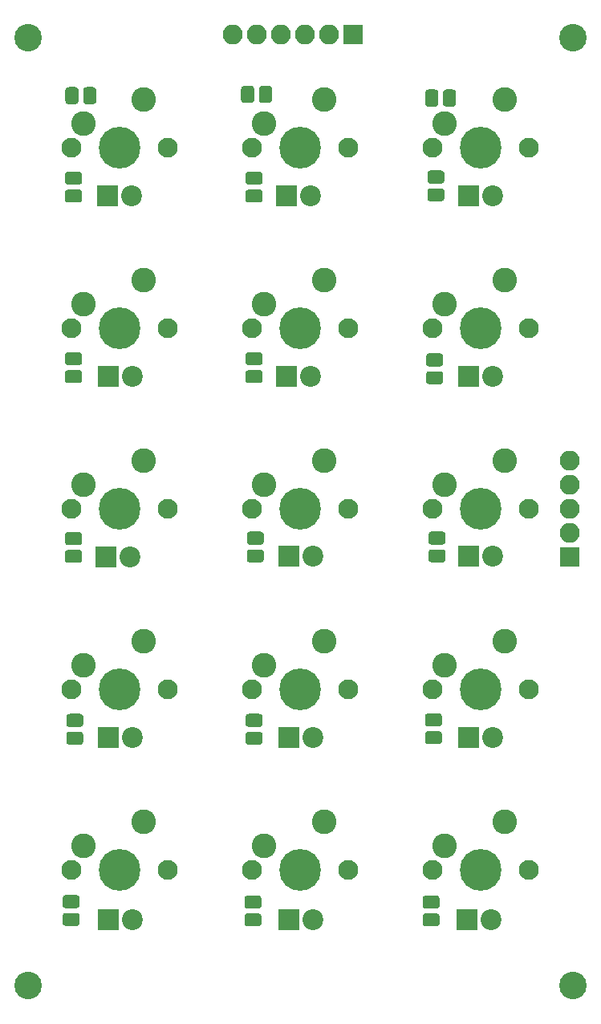
<source format=gbr>
G04 #@! TF.GenerationSoftware,KiCad,Pcbnew,(6.0.0-rc1-dev-113-g3868f21)*
G04 #@! TF.CreationDate,2018-09-11T18:01:50-04:00*
G04 #@! TF.ProjectId,CNCKeypad,434E434B65797061642E6B696361645F,rev?*
G04 #@! TF.SameCoordinates,Original*
G04 #@! TF.FileFunction,Soldermask,Bot*
G04 #@! TF.FilePolarity,Negative*
%FSLAX46Y46*%
G04 Gerber Fmt 4.6, Leading zero omitted, Abs format (unit mm)*
G04 Created by KiCad (PCBNEW (6.0.0-rc1-dev-113-g3868f21)) date Tuesday, September 11, 2018 at 06:01:50 PM*
%MOMM*%
%LPD*%
G01*
G04 APERTURE LIST*
%ADD10O,2.100000X2.100000*%
%ADD11R,2.100000X2.100000*%
%ADD12C,2.100000*%
%ADD13C,4.400000*%
%ADD14C,2.600000*%
%ADD15C,0.100000*%
%ADD16C,1.375000*%
%ADD17R,2.200000X2.200000*%
%ADD18C,2.200000*%
%ADD19C,2.900000*%
G04 APERTURE END LIST*
D10*
G04 #@! TO.C,J6*
X115062000Y-58420000D03*
X117602000Y-58420000D03*
X120142000Y-58420000D03*
X122682000Y-58420000D03*
X125222000Y-58420000D03*
D11*
X127762000Y-58420000D03*
G04 #@! TD*
D12*
G04 #@! TO.C,SW6*
X127254000Y-70358000D03*
X117094000Y-70358000D03*
D13*
X122174000Y-70358000D03*
D14*
X118364000Y-67818000D03*
X124714000Y-65278000D03*
G04 #@! TD*
D12*
G04 #@! TO.C,SW1*
X108204000Y-70358000D03*
X98044000Y-70358000D03*
D13*
X103124000Y-70358000D03*
D14*
X99314000Y-67818000D03*
X105664000Y-65278000D03*
G04 #@! TD*
D12*
G04 #@! TO.C,SW12*
X146304000Y-89408000D03*
X136144000Y-89408000D03*
D13*
X141224000Y-89408000D03*
D14*
X137414000Y-86868000D03*
X143764000Y-84328000D03*
G04 #@! TD*
D12*
G04 #@! TO.C,SW11*
X146304000Y-70358000D03*
X136144000Y-70358000D03*
D13*
X141224000Y-70358000D03*
D14*
X137414000Y-67818000D03*
X143764000Y-65278000D03*
G04 #@! TD*
D12*
G04 #@! TO.C,SW13*
X146304000Y-108458000D03*
X136144000Y-108458000D03*
D13*
X141224000Y-108458000D03*
D14*
X137414000Y-105918000D03*
X143764000Y-103378000D03*
G04 #@! TD*
D12*
G04 #@! TO.C,SW2*
X108204000Y-89408000D03*
X98044000Y-89408000D03*
D13*
X103124000Y-89408000D03*
D14*
X99314000Y-86868000D03*
X105664000Y-84328000D03*
G04 #@! TD*
D12*
G04 #@! TO.C,SW3*
X108204000Y-108458000D03*
X98044000Y-108458000D03*
D13*
X103124000Y-108458000D03*
D14*
X99314000Y-105918000D03*
X105664000Y-103378000D03*
G04 #@! TD*
D12*
G04 #@! TO.C,SW4*
X108204000Y-127508000D03*
X98044000Y-127508000D03*
D13*
X103124000Y-127508000D03*
D14*
X99314000Y-124968000D03*
X105664000Y-122428000D03*
G04 #@! TD*
D12*
G04 #@! TO.C,SW5*
X108204000Y-146558000D03*
X98044000Y-146558000D03*
D13*
X103124000Y-146558000D03*
D14*
X99314000Y-144018000D03*
X105664000Y-141478000D03*
G04 #@! TD*
D12*
G04 #@! TO.C,SW7*
X127254000Y-89408000D03*
X117094000Y-89408000D03*
D13*
X122174000Y-89408000D03*
D14*
X118364000Y-86868000D03*
X124714000Y-84328000D03*
G04 #@! TD*
D12*
G04 #@! TO.C,SW8*
X127254000Y-108458000D03*
X117094000Y-108458000D03*
D13*
X122174000Y-108458000D03*
D14*
X118364000Y-105918000D03*
X124714000Y-103378000D03*
G04 #@! TD*
D12*
G04 #@! TO.C,SW9*
X127254000Y-127508000D03*
X117094000Y-127508000D03*
D13*
X122174000Y-127508000D03*
D14*
X118364000Y-124968000D03*
X124714000Y-122428000D03*
G04 #@! TD*
D12*
G04 #@! TO.C,SW10*
X127254000Y-146558000D03*
X117094000Y-146558000D03*
D13*
X122174000Y-146558000D03*
D14*
X118364000Y-144018000D03*
X124714000Y-141478000D03*
G04 #@! TD*
D12*
G04 #@! TO.C,SW14*
X146304000Y-127508000D03*
X136144000Y-127508000D03*
D13*
X141224000Y-127508000D03*
D14*
X137414000Y-124968000D03*
X143764000Y-122428000D03*
G04 #@! TD*
D12*
G04 #@! TO.C,SW15*
X146304000Y-146558000D03*
X136144000Y-146558000D03*
D13*
X141224000Y-146558000D03*
D14*
X137414000Y-144018000D03*
X143764000Y-141478000D03*
G04 #@! TD*
D15*
G04 #@! TO.C,D1*
G36*
X98887943Y-74752155D02*
X98921312Y-74757105D01*
X98954035Y-74765302D01*
X98985797Y-74776666D01*
X99016293Y-74791090D01*
X99045227Y-74808432D01*
X99072323Y-74828528D01*
X99097318Y-74851182D01*
X99119972Y-74876177D01*
X99140068Y-74903273D01*
X99157410Y-74932207D01*
X99171834Y-74962703D01*
X99183198Y-74994465D01*
X99191395Y-75027188D01*
X99196345Y-75060557D01*
X99198000Y-75094250D01*
X99198000Y-75781750D01*
X99196345Y-75815443D01*
X99191395Y-75848812D01*
X99183198Y-75881535D01*
X99171834Y-75913297D01*
X99157410Y-75943793D01*
X99140068Y-75972727D01*
X99119972Y-75999823D01*
X99097318Y-76024818D01*
X99072323Y-76047472D01*
X99045227Y-76067568D01*
X99016293Y-76084910D01*
X98985797Y-76099334D01*
X98954035Y-76110698D01*
X98921312Y-76118895D01*
X98887943Y-76123845D01*
X98854250Y-76125500D01*
X97741750Y-76125500D01*
X97708057Y-76123845D01*
X97674688Y-76118895D01*
X97641965Y-76110698D01*
X97610203Y-76099334D01*
X97579707Y-76084910D01*
X97550773Y-76067568D01*
X97523677Y-76047472D01*
X97498682Y-76024818D01*
X97476028Y-75999823D01*
X97455932Y-75972727D01*
X97438590Y-75943793D01*
X97424166Y-75913297D01*
X97412802Y-75881535D01*
X97404605Y-75848812D01*
X97399655Y-75815443D01*
X97398000Y-75781750D01*
X97398000Y-75094250D01*
X97399655Y-75060557D01*
X97404605Y-75027188D01*
X97412802Y-74994465D01*
X97424166Y-74962703D01*
X97438590Y-74932207D01*
X97455932Y-74903273D01*
X97476028Y-74876177D01*
X97498682Y-74851182D01*
X97523677Y-74828528D01*
X97550773Y-74808432D01*
X97579707Y-74791090D01*
X97610203Y-74776666D01*
X97641965Y-74765302D01*
X97674688Y-74757105D01*
X97708057Y-74752155D01*
X97741750Y-74750500D01*
X98854250Y-74750500D01*
X98887943Y-74752155D01*
X98887943Y-74752155D01*
G37*
D16*
X98298000Y-75438000D03*
D15*
G36*
X98887943Y-72877155D02*
X98921312Y-72882105D01*
X98954035Y-72890302D01*
X98985797Y-72901666D01*
X99016293Y-72916090D01*
X99045227Y-72933432D01*
X99072323Y-72953528D01*
X99097318Y-72976182D01*
X99119972Y-73001177D01*
X99140068Y-73028273D01*
X99157410Y-73057207D01*
X99171834Y-73087703D01*
X99183198Y-73119465D01*
X99191395Y-73152188D01*
X99196345Y-73185557D01*
X99198000Y-73219250D01*
X99198000Y-73906750D01*
X99196345Y-73940443D01*
X99191395Y-73973812D01*
X99183198Y-74006535D01*
X99171834Y-74038297D01*
X99157410Y-74068793D01*
X99140068Y-74097727D01*
X99119972Y-74124823D01*
X99097318Y-74149818D01*
X99072323Y-74172472D01*
X99045227Y-74192568D01*
X99016293Y-74209910D01*
X98985797Y-74224334D01*
X98954035Y-74235698D01*
X98921312Y-74243895D01*
X98887943Y-74248845D01*
X98854250Y-74250500D01*
X97741750Y-74250500D01*
X97708057Y-74248845D01*
X97674688Y-74243895D01*
X97641965Y-74235698D01*
X97610203Y-74224334D01*
X97579707Y-74209910D01*
X97550773Y-74192568D01*
X97523677Y-74172472D01*
X97498682Y-74149818D01*
X97476028Y-74124823D01*
X97455932Y-74097727D01*
X97438590Y-74068793D01*
X97424166Y-74038297D01*
X97412802Y-74006535D01*
X97404605Y-73973812D01*
X97399655Y-73940443D01*
X97398000Y-73906750D01*
X97398000Y-73219250D01*
X97399655Y-73185557D01*
X97404605Y-73152188D01*
X97412802Y-73119465D01*
X97424166Y-73087703D01*
X97438590Y-73057207D01*
X97455932Y-73028273D01*
X97476028Y-73001177D01*
X97498682Y-72976182D01*
X97523677Y-72953528D01*
X97550773Y-72933432D01*
X97579707Y-72916090D01*
X97610203Y-72901666D01*
X97641965Y-72890302D01*
X97674688Y-72882105D01*
X97708057Y-72877155D01*
X97741750Y-72875500D01*
X98854250Y-72875500D01*
X98887943Y-72877155D01*
X98887943Y-72877155D01*
G37*
D16*
X98298000Y-73563000D03*
G04 #@! TD*
D15*
G04 #@! TO.C,D2*
G36*
X98887943Y-91927155D02*
X98921312Y-91932105D01*
X98954035Y-91940302D01*
X98985797Y-91951666D01*
X99016293Y-91966090D01*
X99045227Y-91983432D01*
X99072323Y-92003528D01*
X99097318Y-92026182D01*
X99119972Y-92051177D01*
X99140068Y-92078273D01*
X99157410Y-92107207D01*
X99171834Y-92137703D01*
X99183198Y-92169465D01*
X99191395Y-92202188D01*
X99196345Y-92235557D01*
X99198000Y-92269250D01*
X99198000Y-92956750D01*
X99196345Y-92990443D01*
X99191395Y-93023812D01*
X99183198Y-93056535D01*
X99171834Y-93088297D01*
X99157410Y-93118793D01*
X99140068Y-93147727D01*
X99119972Y-93174823D01*
X99097318Y-93199818D01*
X99072323Y-93222472D01*
X99045227Y-93242568D01*
X99016293Y-93259910D01*
X98985797Y-93274334D01*
X98954035Y-93285698D01*
X98921312Y-93293895D01*
X98887943Y-93298845D01*
X98854250Y-93300500D01*
X97741750Y-93300500D01*
X97708057Y-93298845D01*
X97674688Y-93293895D01*
X97641965Y-93285698D01*
X97610203Y-93274334D01*
X97579707Y-93259910D01*
X97550773Y-93242568D01*
X97523677Y-93222472D01*
X97498682Y-93199818D01*
X97476028Y-93174823D01*
X97455932Y-93147727D01*
X97438590Y-93118793D01*
X97424166Y-93088297D01*
X97412802Y-93056535D01*
X97404605Y-93023812D01*
X97399655Y-92990443D01*
X97398000Y-92956750D01*
X97398000Y-92269250D01*
X97399655Y-92235557D01*
X97404605Y-92202188D01*
X97412802Y-92169465D01*
X97424166Y-92137703D01*
X97438590Y-92107207D01*
X97455932Y-92078273D01*
X97476028Y-92051177D01*
X97498682Y-92026182D01*
X97523677Y-92003528D01*
X97550773Y-91983432D01*
X97579707Y-91966090D01*
X97610203Y-91951666D01*
X97641965Y-91940302D01*
X97674688Y-91932105D01*
X97708057Y-91927155D01*
X97741750Y-91925500D01*
X98854250Y-91925500D01*
X98887943Y-91927155D01*
X98887943Y-91927155D01*
G37*
D16*
X98298000Y-92613000D03*
D15*
G36*
X98887943Y-93802155D02*
X98921312Y-93807105D01*
X98954035Y-93815302D01*
X98985797Y-93826666D01*
X99016293Y-93841090D01*
X99045227Y-93858432D01*
X99072323Y-93878528D01*
X99097318Y-93901182D01*
X99119972Y-93926177D01*
X99140068Y-93953273D01*
X99157410Y-93982207D01*
X99171834Y-94012703D01*
X99183198Y-94044465D01*
X99191395Y-94077188D01*
X99196345Y-94110557D01*
X99198000Y-94144250D01*
X99198000Y-94831750D01*
X99196345Y-94865443D01*
X99191395Y-94898812D01*
X99183198Y-94931535D01*
X99171834Y-94963297D01*
X99157410Y-94993793D01*
X99140068Y-95022727D01*
X99119972Y-95049823D01*
X99097318Y-95074818D01*
X99072323Y-95097472D01*
X99045227Y-95117568D01*
X99016293Y-95134910D01*
X98985797Y-95149334D01*
X98954035Y-95160698D01*
X98921312Y-95168895D01*
X98887943Y-95173845D01*
X98854250Y-95175500D01*
X97741750Y-95175500D01*
X97708057Y-95173845D01*
X97674688Y-95168895D01*
X97641965Y-95160698D01*
X97610203Y-95149334D01*
X97579707Y-95134910D01*
X97550773Y-95117568D01*
X97523677Y-95097472D01*
X97498682Y-95074818D01*
X97476028Y-95049823D01*
X97455932Y-95022727D01*
X97438590Y-94993793D01*
X97424166Y-94963297D01*
X97412802Y-94931535D01*
X97404605Y-94898812D01*
X97399655Y-94865443D01*
X97398000Y-94831750D01*
X97398000Y-94144250D01*
X97399655Y-94110557D01*
X97404605Y-94077188D01*
X97412802Y-94044465D01*
X97424166Y-94012703D01*
X97438590Y-93982207D01*
X97455932Y-93953273D01*
X97476028Y-93926177D01*
X97498682Y-93901182D01*
X97523677Y-93878528D01*
X97550773Y-93858432D01*
X97579707Y-93841090D01*
X97610203Y-93826666D01*
X97641965Y-93815302D01*
X97674688Y-93807105D01*
X97708057Y-93802155D01*
X97741750Y-93800500D01*
X98854250Y-93800500D01*
X98887943Y-93802155D01*
X98887943Y-93802155D01*
G37*
D16*
X98298000Y-94488000D03*
G04 #@! TD*
D15*
G04 #@! TO.C,D3*
G36*
X98887943Y-112773655D02*
X98921312Y-112778605D01*
X98954035Y-112786802D01*
X98985797Y-112798166D01*
X99016293Y-112812590D01*
X99045227Y-112829932D01*
X99072323Y-112850028D01*
X99097318Y-112872682D01*
X99119972Y-112897677D01*
X99140068Y-112924773D01*
X99157410Y-112953707D01*
X99171834Y-112984203D01*
X99183198Y-113015965D01*
X99191395Y-113048688D01*
X99196345Y-113082057D01*
X99198000Y-113115750D01*
X99198000Y-113803250D01*
X99196345Y-113836943D01*
X99191395Y-113870312D01*
X99183198Y-113903035D01*
X99171834Y-113934797D01*
X99157410Y-113965293D01*
X99140068Y-113994227D01*
X99119972Y-114021323D01*
X99097318Y-114046318D01*
X99072323Y-114068972D01*
X99045227Y-114089068D01*
X99016293Y-114106410D01*
X98985797Y-114120834D01*
X98954035Y-114132198D01*
X98921312Y-114140395D01*
X98887943Y-114145345D01*
X98854250Y-114147000D01*
X97741750Y-114147000D01*
X97708057Y-114145345D01*
X97674688Y-114140395D01*
X97641965Y-114132198D01*
X97610203Y-114120834D01*
X97579707Y-114106410D01*
X97550773Y-114089068D01*
X97523677Y-114068972D01*
X97498682Y-114046318D01*
X97476028Y-114021323D01*
X97455932Y-113994227D01*
X97438590Y-113965293D01*
X97424166Y-113934797D01*
X97412802Y-113903035D01*
X97404605Y-113870312D01*
X97399655Y-113836943D01*
X97398000Y-113803250D01*
X97398000Y-113115750D01*
X97399655Y-113082057D01*
X97404605Y-113048688D01*
X97412802Y-113015965D01*
X97424166Y-112984203D01*
X97438590Y-112953707D01*
X97455932Y-112924773D01*
X97476028Y-112897677D01*
X97498682Y-112872682D01*
X97523677Y-112850028D01*
X97550773Y-112829932D01*
X97579707Y-112812590D01*
X97610203Y-112798166D01*
X97641965Y-112786802D01*
X97674688Y-112778605D01*
X97708057Y-112773655D01*
X97741750Y-112772000D01*
X98854250Y-112772000D01*
X98887943Y-112773655D01*
X98887943Y-112773655D01*
G37*
D16*
X98298000Y-113459500D03*
D15*
G36*
X98887943Y-110898655D02*
X98921312Y-110903605D01*
X98954035Y-110911802D01*
X98985797Y-110923166D01*
X99016293Y-110937590D01*
X99045227Y-110954932D01*
X99072323Y-110975028D01*
X99097318Y-110997682D01*
X99119972Y-111022677D01*
X99140068Y-111049773D01*
X99157410Y-111078707D01*
X99171834Y-111109203D01*
X99183198Y-111140965D01*
X99191395Y-111173688D01*
X99196345Y-111207057D01*
X99198000Y-111240750D01*
X99198000Y-111928250D01*
X99196345Y-111961943D01*
X99191395Y-111995312D01*
X99183198Y-112028035D01*
X99171834Y-112059797D01*
X99157410Y-112090293D01*
X99140068Y-112119227D01*
X99119972Y-112146323D01*
X99097318Y-112171318D01*
X99072323Y-112193972D01*
X99045227Y-112214068D01*
X99016293Y-112231410D01*
X98985797Y-112245834D01*
X98954035Y-112257198D01*
X98921312Y-112265395D01*
X98887943Y-112270345D01*
X98854250Y-112272000D01*
X97741750Y-112272000D01*
X97708057Y-112270345D01*
X97674688Y-112265395D01*
X97641965Y-112257198D01*
X97610203Y-112245834D01*
X97579707Y-112231410D01*
X97550773Y-112214068D01*
X97523677Y-112193972D01*
X97498682Y-112171318D01*
X97476028Y-112146323D01*
X97455932Y-112119227D01*
X97438590Y-112090293D01*
X97424166Y-112059797D01*
X97412802Y-112028035D01*
X97404605Y-111995312D01*
X97399655Y-111961943D01*
X97398000Y-111928250D01*
X97398000Y-111240750D01*
X97399655Y-111207057D01*
X97404605Y-111173688D01*
X97412802Y-111140965D01*
X97424166Y-111109203D01*
X97438590Y-111078707D01*
X97455932Y-111049773D01*
X97476028Y-111022677D01*
X97498682Y-110997682D01*
X97523677Y-110975028D01*
X97550773Y-110954932D01*
X97579707Y-110937590D01*
X97610203Y-110923166D01*
X97641965Y-110911802D01*
X97674688Y-110903605D01*
X97708057Y-110898655D01*
X97741750Y-110897000D01*
X98854250Y-110897000D01*
X98887943Y-110898655D01*
X98887943Y-110898655D01*
G37*
D16*
X98298000Y-111584500D03*
G04 #@! TD*
D15*
G04 #@! TO.C,D4*
G36*
X99014943Y-130075655D02*
X99048312Y-130080605D01*
X99081035Y-130088802D01*
X99112797Y-130100166D01*
X99143293Y-130114590D01*
X99172227Y-130131932D01*
X99199323Y-130152028D01*
X99224318Y-130174682D01*
X99246972Y-130199677D01*
X99267068Y-130226773D01*
X99284410Y-130255707D01*
X99298834Y-130286203D01*
X99310198Y-130317965D01*
X99318395Y-130350688D01*
X99323345Y-130384057D01*
X99325000Y-130417750D01*
X99325000Y-131105250D01*
X99323345Y-131138943D01*
X99318395Y-131172312D01*
X99310198Y-131205035D01*
X99298834Y-131236797D01*
X99284410Y-131267293D01*
X99267068Y-131296227D01*
X99246972Y-131323323D01*
X99224318Y-131348318D01*
X99199323Y-131370972D01*
X99172227Y-131391068D01*
X99143293Y-131408410D01*
X99112797Y-131422834D01*
X99081035Y-131434198D01*
X99048312Y-131442395D01*
X99014943Y-131447345D01*
X98981250Y-131449000D01*
X97868750Y-131449000D01*
X97835057Y-131447345D01*
X97801688Y-131442395D01*
X97768965Y-131434198D01*
X97737203Y-131422834D01*
X97706707Y-131408410D01*
X97677773Y-131391068D01*
X97650677Y-131370972D01*
X97625682Y-131348318D01*
X97603028Y-131323323D01*
X97582932Y-131296227D01*
X97565590Y-131267293D01*
X97551166Y-131236797D01*
X97539802Y-131205035D01*
X97531605Y-131172312D01*
X97526655Y-131138943D01*
X97525000Y-131105250D01*
X97525000Y-130417750D01*
X97526655Y-130384057D01*
X97531605Y-130350688D01*
X97539802Y-130317965D01*
X97551166Y-130286203D01*
X97565590Y-130255707D01*
X97582932Y-130226773D01*
X97603028Y-130199677D01*
X97625682Y-130174682D01*
X97650677Y-130152028D01*
X97677773Y-130131932D01*
X97706707Y-130114590D01*
X97737203Y-130100166D01*
X97768965Y-130088802D01*
X97801688Y-130080605D01*
X97835057Y-130075655D01*
X97868750Y-130074000D01*
X98981250Y-130074000D01*
X99014943Y-130075655D01*
X99014943Y-130075655D01*
G37*
D16*
X98425000Y-130761500D03*
D15*
G36*
X99014943Y-131950655D02*
X99048312Y-131955605D01*
X99081035Y-131963802D01*
X99112797Y-131975166D01*
X99143293Y-131989590D01*
X99172227Y-132006932D01*
X99199323Y-132027028D01*
X99224318Y-132049682D01*
X99246972Y-132074677D01*
X99267068Y-132101773D01*
X99284410Y-132130707D01*
X99298834Y-132161203D01*
X99310198Y-132192965D01*
X99318395Y-132225688D01*
X99323345Y-132259057D01*
X99325000Y-132292750D01*
X99325000Y-132980250D01*
X99323345Y-133013943D01*
X99318395Y-133047312D01*
X99310198Y-133080035D01*
X99298834Y-133111797D01*
X99284410Y-133142293D01*
X99267068Y-133171227D01*
X99246972Y-133198323D01*
X99224318Y-133223318D01*
X99199323Y-133245972D01*
X99172227Y-133266068D01*
X99143293Y-133283410D01*
X99112797Y-133297834D01*
X99081035Y-133309198D01*
X99048312Y-133317395D01*
X99014943Y-133322345D01*
X98981250Y-133324000D01*
X97868750Y-133324000D01*
X97835057Y-133322345D01*
X97801688Y-133317395D01*
X97768965Y-133309198D01*
X97737203Y-133297834D01*
X97706707Y-133283410D01*
X97677773Y-133266068D01*
X97650677Y-133245972D01*
X97625682Y-133223318D01*
X97603028Y-133198323D01*
X97582932Y-133171227D01*
X97565590Y-133142293D01*
X97551166Y-133111797D01*
X97539802Y-133080035D01*
X97531605Y-133047312D01*
X97526655Y-133013943D01*
X97525000Y-132980250D01*
X97525000Y-132292750D01*
X97526655Y-132259057D01*
X97531605Y-132225688D01*
X97539802Y-132192965D01*
X97551166Y-132161203D01*
X97565590Y-132130707D01*
X97582932Y-132101773D01*
X97603028Y-132074677D01*
X97625682Y-132049682D01*
X97650677Y-132027028D01*
X97677773Y-132006932D01*
X97706707Y-131989590D01*
X97737203Y-131975166D01*
X97768965Y-131963802D01*
X97801688Y-131955605D01*
X97835057Y-131950655D01*
X97868750Y-131949000D01*
X98981250Y-131949000D01*
X99014943Y-131950655D01*
X99014943Y-131950655D01*
G37*
D16*
X98425000Y-132636500D03*
G04 #@! TD*
D15*
G04 #@! TO.C,D5*
G36*
X98633943Y-151079155D02*
X98667312Y-151084105D01*
X98700035Y-151092302D01*
X98731797Y-151103666D01*
X98762293Y-151118090D01*
X98791227Y-151135432D01*
X98818323Y-151155528D01*
X98843318Y-151178182D01*
X98865972Y-151203177D01*
X98886068Y-151230273D01*
X98903410Y-151259207D01*
X98917834Y-151289703D01*
X98929198Y-151321465D01*
X98937395Y-151354188D01*
X98942345Y-151387557D01*
X98944000Y-151421250D01*
X98944000Y-152108750D01*
X98942345Y-152142443D01*
X98937395Y-152175812D01*
X98929198Y-152208535D01*
X98917834Y-152240297D01*
X98903410Y-152270793D01*
X98886068Y-152299727D01*
X98865972Y-152326823D01*
X98843318Y-152351818D01*
X98818323Y-152374472D01*
X98791227Y-152394568D01*
X98762293Y-152411910D01*
X98731797Y-152426334D01*
X98700035Y-152437698D01*
X98667312Y-152445895D01*
X98633943Y-152450845D01*
X98600250Y-152452500D01*
X97487750Y-152452500D01*
X97454057Y-152450845D01*
X97420688Y-152445895D01*
X97387965Y-152437698D01*
X97356203Y-152426334D01*
X97325707Y-152411910D01*
X97296773Y-152394568D01*
X97269677Y-152374472D01*
X97244682Y-152351818D01*
X97222028Y-152326823D01*
X97201932Y-152299727D01*
X97184590Y-152270793D01*
X97170166Y-152240297D01*
X97158802Y-152208535D01*
X97150605Y-152175812D01*
X97145655Y-152142443D01*
X97144000Y-152108750D01*
X97144000Y-151421250D01*
X97145655Y-151387557D01*
X97150605Y-151354188D01*
X97158802Y-151321465D01*
X97170166Y-151289703D01*
X97184590Y-151259207D01*
X97201932Y-151230273D01*
X97222028Y-151203177D01*
X97244682Y-151178182D01*
X97269677Y-151155528D01*
X97296773Y-151135432D01*
X97325707Y-151118090D01*
X97356203Y-151103666D01*
X97387965Y-151092302D01*
X97420688Y-151084105D01*
X97454057Y-151079155D01*
X97487750Y-151077500D01*
X98600250Y-151077500D01*
X98633943Y-151079155D01*
X98633943Y-151079155D01*
G37*
D16*
X98044000Y-151765000D03*
D15*
G36*
X98633943Y-149204155D02*
X98667312Y-149209105D01*
X98700035Y-149217302D01*
X98731797Y-149228666D01*
X98762293Y-149243090D01*
X98791227Y-149260432D01*
X98818323Y-149280528D01*
X98843318Y-149303182D01*
X98865972Y-149328177D01*
X98886068Y-149355273D01*
X98903410Y-149384207D01*
X98917834Y-149414703D01*
X98929198Y-149446465D01*
X98937395Y-149479188D01*
X98942345Y-149512557D01*
X98944000Y-149546250D01*
X98944000Y-150233750D01*
X98942345Y-150267443D01*
X98937395Y-150300812D01*
X98929198Y-150333535D01*
X98917834Y-150365297D01*
X98903410Y-150395793D01*
X98886068Y-150424727D01*
X98865972Y-150451823D01*
X98843318Y-150476818D01*
X98818323Y-150499472D01*
X98791227Y-150519568D01*
X98762293Y-150536910D01*
X98731797Y-150551334D01*
X98700035Y-150562698D01*
X98667312Y-150570895D01*
X98633943Y-150575845D01*
X98600250Y-150577500D01*
X97487750Y-150577500D01*
X97454057Y-150575845D01*
X97420688Y-150570895D01*
X97387965Y-150562698D01*
X97356203Y-150551334D01*
X97325707Y-150536910D01*
X97296773Y-150519568D01*
X97269677Y-150499472D01*
X97244682Y-150476818D01*
X97222028Y-150451823D01*
X97201932Y-150424727D01*
X97184590Y-150395793D01*
X97170166Y-150365297D01*
X97158802Y-150333535D01*
X97150605Y-150300812D01*
X97145655Y-150267443D01*
X97144000Y-150233750D01*
X97144000Y-149546250D01*
X97145655Y-149512557D01*
X97150605Y-149479188D01*
X97158802Y-149446465D01*
X97170166Y-149414703D01*
X97184590Y-149384207D01*
X97201932Y-149355273D01*
X97222028Y-149328177D01*
X97244682Y-149303182D01*
X97269677Y-149280528D01*
X97296773Y-149260432D01*
X97325707Y-149243090D01*
X97356203Y-149228666D01*
X97387965Y-149217302D01*
X97420688Y-149209105D01*
X97454057Y-149204155D01*
X97487750Y-149202500D01*
X98600250Y-149202500D01*
X98633943Y-149204155D01*
X98633943Y-149204155D01*
G37*
D16*
X98044000Y-149890000D03*
G04 #@! TD*
D15*
G04 #@! TO.C,D6*
G36*
X117937943Y-72877155D02*
X117971312Y-72882105D01*
X118004035Y-72890302D01*
X118035797Y-72901666D01*
X118066293Y-72916090D01*
X118095227Y-72933432D01*
X118122323Y-72953528D01*
X118147318Y-72976182D01*
X118169972Y-73001177D01*
X118190068Y-73028273D01*
X118207410Y-73057207D01*
X118221834Y-73087703D01*
X118233198Y-73119465D01*
X118241395Y-73152188D01*
X118246345Y-73185557D01*
X118248000Y-73219250D01*
X118248000Y-73906750D01*
X118246345Y-73940443D01*
X118241395Y-73973812D01*
X118233198Y-74006535D01*
X118221834Y-74038297D01*
X118207410Y-74068793D01*
X118190068Y-74097727D01*
X118169972Y-74124823D01*
X118147318Y-74149818D01*
X118122323Y-74172472D01*
X118095227Y-74192568D01*
X118066293Y-74209910D01*
X118035797Y-74224334D01*
X118004035Y-74235698D01*
X117971312Y-74243895D01*
X117937943Y-74248845D01*
X117904250Y-74250500D01*
X116791750Y-74250500D01*
X116758057Y-74248845D01*
X116724688Y-74243895D01*
X116691965Y-74235698D01*
X116660203Y-74224334D01*
X116629707Y-74209910D01*
X116600773Y-74192568D01*
X116573677Y-74172472D01*
X116548682Y-74149818D01*
X116526028Y-74124823D01*
X116505932Y-74097727D01*
X116488590Y-74068793D01*
X116474166Y-74038297D01*
X116462802Y-74006535D01*
X116454605Y-73973812D01*
X116449655Y-73940443D01*
X116448000Y-73906750D01*
X116448000Y-73219250D01*
X116449655Y-73185557D01*
X116454605Y-73152188D01*
X116462802Y-73119465D01*
X116474166Y-73087703D01*
X116488590Y-73057207D01*
X116505932Y-73028273D01*
X116526028Y-73001177D01*
X116548682Y-72976182D01*
X116573677Y-72953528D01*
X116600773Y-72933432D01*
X116629707Y-72916090D01*
X116660203Y-72901666D01*
X116691965Y-72890302D01*
X116724688Y-72882105D01*
X116758057Y-72877155D01*
X116791750Y-72875500D01*
X117904250Y-72875500D01*
X117937943Y-72877155D01*
X117937943Y-72877155D01*
G37*
D16*
X117348000Y-73563000D03*
D15*
G36*
X117937943Y-74752155D02*
X117971312Y-74757105D01*
X118004035Y-74765302D01*
X118035797Y-74776666D01*
X118066293Y-74791090D01*
X118095227Y-74808432D01*
X118122323Y-74828528D01*
X118147318Y-74851182D01*
X118169972Y-74876177D01*
X118190068Y-74903273D01*
X118207410Y-74932207D01*
X118221834Y-74962703D01*
X118233198Y-74994465D01*
X118241395Y-75027188D01*
X118246345Y-75060557D01*
X118248000Y-75094250D01*
X118248000Y-75781750D01*
X118246345Y-75815443D01*
X118241395Y-75848812D01*
X118233198Y-75881535D01*
X118221834Y-75913297D01*
X118207410Y-75943793D01*
X118190068Y-75972727D01*
X118169972Y-75999823D01*
X118147318Y-76024818D01*
X118122323Y-76047472D01*
X118095227Y-76067568D01*
X118066293Y-76084910D01*
X118035797Y-76099334D01*
X118004035Y-76110698D01*
X117971312Y-76118895D01*
X117937943Y-76123845D01*
X117904250Y-76125500D01*
X116791750Y-76125500D01*
X116758057Y-76123845D01*
X116724688Y-76118895D01*
X116691965Y-76110698D01*
X116660203Y-76099334D01*
X116629707Y-76084910D01*
X116600773Y-76067568D01*
X116573677Y-76047472D01*
X116548682Y-76024818D01*
X116526028Y-75999823D01*
X116505932Y-75972727D01*
X116488590Y-75943793D01*
X116474166Y-75913297D01*
X116462802Y-75881535D01*
X116454605Y-75848812D01*
X116449655Y-75815443D01*
X116448000Y-75781750D01*
X116448000Y-75094250D01*
X116449655Y-75060557D01*
X116454605Y-75027188D01*
X116462802Y-74994465D01*
X116474166Y-74962703D01*
X116488590Y-74932207D01*
X116505932Y-74903273D01*
X116526028Y-74876177D01*
X116548682Y-74851182D01*
X116573677Y-74828528D01*
X116600773Y-74808432D01*
X116629707Y-74791090D01*
X116660203Y-74776666D01*
X116691965Y-74765302D01*
X116724688Y-74757105D01*
X116758057Y-74752155D01*
X116791750Y-74750500D01*
X117904250Y-74750500D01*
X117937943Y-74752155D01*
X117937943Y-74752155D01*
G37*
D16*
X117348000Y-75438000D03*
G04 #@! TD*
D15*
G04 #@! TO.C,D7*
G36*
X117937943Y-93802155D02*
X117971312Y-93807105D01*
X118004035Y-93815302D01*
X118035797Y-93826666D01*
X118066293Y-93841090D01*
X118095227Y-93858432D01*
X118122323Y-93878528D01*
X118147318Y-93901182D01*
X118169972Y-93926177D01*
X118190068Y-93953273D01*
X118207410Y-93982207D01*
X118221834Y-94012703D01*
X118233198Y-94044465D01*
X118241395Y-94077188D01*
X118246345Y-94110557D01*
X118248000Y-94144250D01*
X118248000Y-94831750D01*
X118246345Y-94865443D01*
X118241395Y-94898812D01*
X118233198Y-94931535D01*
X118221834Y-94963297D01*
X118207410Y-94993793D01*
X118190068Y-95022727D01*
X118169972Y-95049823D01*
X118147318Y-95074818D01*
X118122323Y-95097472D01*
X118095227Y-95117568D01*
X118066293Y-95134910D01*
X118035797Y-95149334D01*
X118004035Y-95160698D01*
X117971312Y-95168895D01*
X117937943Y-95173845D01*
X117904250Y-95175500D01*
X116791750Y-95175500D01*
X116758057Y-95173845D01*
X116724688Y-95168895D01*
X116691965Y-95160698D01*
X116660203Y-95149334D01*
X116629707Y-95134910D01*
X116600773Y-95117568D01*
X116573677Y-95097472D01*
X116548682Y-95074818D01*
X116526028Y-95049823D01*
X116505932Y-95022727D01*
X116488590Y-94993793D01*
X116474166Y-94963297D01*
X116462802Y-94931535D01*
X116454605Y-94898812D01*
X116449655Y-94865443D01*
X116448000Y-94831750D01*
X116448000Y-94144250D01*
X116449655Y-94110557D01*
X116454605Y-94077188D01*
X116462802Y-94044465D01*
X116474166Y-94012703D01*
X116488590Y-93982207D01*
X116505932Y-93953273D01*
X116526028Y-93926177D01*
X116548682Y-93901182D01*
X116573677Y-93878528D01*
X116600773Y-93858432D01*
X116629707Y-93841090D01*
X116660203Y-93826666D01*
X116691965Y-93815302D01*
X116724688Y-93807105D01*
X116758057Y-93802155D01*
X116791750Y-93800500D01*
X117904250Y-93800500D01*
X117937943Y-93802155D01*
X117937943Y-93802155D01*
G37*
D16*
X117348000Y-94488000D03*
D15*
G36*
X117937943Y-91927155D02*
X117971312Y-91932105D01*
X118004035Y-91940302D01*
X118035797Y-91951666D01*
X118066293Y-91966090D01*
X118095227Y-91983432D01*
X118122323Y-92003528D01*
X118147318Y-92026182D01*
X118169972Y-92051177D01*
X118190068Y-92078273D01*
X118207410Y-92107207D01*
X118221834Y-92137703D01*
X118233198Y-92169465D01*
X118241395Y-92202188D01*
X118246345Y-92235557D01*
X118248000Y-92269250D01*
X118248000Y-92956750D01*
X118246345Y-92990443D01*
X118241395Y-93023812D01*
X118233198Y-93056535D01*
X118221834Y-93088297D01*
X118207410Y-93118793D01*
X118190068Y-93147727D01*
X118169972Y-93174823D01*
X118147318Y-93199818D01*
X118122323Y-93222472D01*
X118095227Y-93242568D01*
X118066293Y-93259910D01*
X118035797Y-93274334D01*
X118004035Y-93285698D01*
X117971312Y-93293895D01*
X117937943Y-93298845D01*
X117904250Y-93300500D01*
X116791750Y-93300500D01*
X116758057Y-93298845D01*
X116724688Y-93293895D01*
X116691965Y-93285698D01*
X116660203Y-93274334D01*
X116629707Y-93259910D01*
X116600773Y-93242568D01*
X116573677Y-93222472D01*
X116548682Y-93199818D01*
X116526028Y-93174823D01*
X116505932Y-93147727D01*
X116488590Y-93118793D01*
X116474166Y-93088297D01*
X116462802Y-93056535D01*
X116454605Y-93023812D01*
X116449655Y-92990443D01*
X116448000Y-92956750D01*
X116448000Y-92269250D01*
X116449655Y-92235557D01*
X116454605Y-92202188D01*
X116462802Y-92169465D01*
X116474166Y-92137703D01*
X116488590Y-92107207D01*
X116505932Y-92078273D01*
X116526028Y-92051177D01*
X116548682Y-92026182D01*
X116573677Y-92003528D01*
X116600773Y-91983432D01*
X116629707Y-91966090D01*
X116660203Y-91951666D01*
X116691965Y-91940302D01*
X116724688Y-91932105D01*
X116758057Y-91927155D01*
X116791750Y-91925500D01*
X117904250Y-91925500D01*
X117937943Y-91927155D01*
X117937943Y-91927155D01*
G37*
D16*
X117348000Y-92613000D03*
G04 #@! TD*
D15*
G04 #@! TO.C,D8*
G36*
X118064943Y-110850155D02*
X118098312Y-110855105D01*
X118131035Y-110863302D01*
X118162797Y-110874666D01*
X118193293Y-110889090D01*
X118222227Y-110906432D01*
X118249323Y-110926528D01*
X118274318Y-110949182D01*
X118296972Y-110974177D01*
X118317068Y-111001273D01*
X118334410Y-111030207D01*
X118348834Y-111060703D01*
X118360198Y-111092465D01*
X118368395Y-111125188D01*
X118373345Y-111158557D01*
X118375000Y-111192250D01*
X118375000Y-111879750D01*
X118373345Y-111913443D01*
X118368395Y-111946812D01*
X118360198Y-111979535D01*
X118348834Y-112011297D01*
X118334410Y-112041793D01*
X118317068Y-112070727D01*
X118296972Y-112097823D01*
X118274318Y-112122818D01*
X118249323Y-112145472D01*
X118222227Y-112165568D01*
X118193293Y-112182910D01*
X118162797Y-112197334D01*
X118131035Y-112208698D01*
X118098312Y-112216895D01*
X118064943Y-112221845D01*
X118031250Y-112223500D01*
X116918750Y-112223500D01*
X116885057Y-112221845D01*
X116851688Y-112216895D01*
X116818965Y-112208698D01*
X116787203Y-112197334D01*
X116756707Y-112182910D01*
X116727773Y-112165568D01*
X116700677Y-112145472D01*
X116675682Y-112122818D01*
X116653028Y-112097823D01*
X116632932Y-112070727D01*
X116615590Y-112041793D01*
X116601166Y-112011297D01*
X116589802Y-111979535D01*
X116581605Y-111946812D01*
X116576655Y-111913443D01*
X116575000Y-111879750D01*
X116575000Y-111192250D01*
X116576655Y-111158557D01*
X116581605Y-111125188D01*
X116589802Y-111092465D01*
X116601166Y-111060703D01*
X116615590Y-111030207D01*
X116632932Y-111001273D01*
X116653028Y-110974177D01*
X116675682Y-110949182D01*
X116700677Y-110926528D01*
X116727773Y-110906432D01*
X116756707Y-110889090D01*
X116787203Y-110874666D01*
X116818965Y-110863302D01*
X116851688Y-110855105D01*
X116885057Y-110850155D01*
X116918750Y-110848500D01*
X118031250Y-110848500D01*
X118064943Y-110850155D01*
X118064943Y-110850155D01*
G37*
D16*
X117475000Y-111536000D03*
D15*
G36*
X118064943Y-112725155D02*
X118098312Y-112730105D01*
X118131035Y-112738302D01*
X118162797Y-112749666D01*
X118193293Y-112764090D01*
X118222227Y-112781432D01*
X118249323Y-112801528D01*
X118274318Y-112824182D01*
X118296972Y-112849177D01*
X118317068Y-112876273D01*
X118334410Y-112905207D01*
X118348834Y-112935703D01*
X118360198Y-112967465D01*
X118368395Y-113000188D01*
X118373345Y-113033557D01*
X118375000Y-113067250D01*
X118375000Y-113754750D01*
X118373345Y-113788443D01*
X118368395Y-113821812D01*
X118360198Y-113854535D01*
X118348834Y-113886297D01*
X118334410Y-113916793D01*
X118317068Y-113945727D01*
X118296972Y-113972823D01*
X118274318Y-113997818D01*
X118249323Y-114020472D01*
X118222227Y-114040568D01*
X118193293Y-114057910D01*
X118162797Y-114072334D01*
X118131035Y-114083698D01*
X118098312Y-114091895D01*
X118064943Y-114096845D01*
X118031250Y-114098500D01*
X116918750Y-114098500D01*
X116885057Y-114096845D01*
X116851688Y-114091895D01*
X116818965Y-114083698D01*
X116787203Y-114072334D01*
X116756707Y-114057910D01*
X116727773Y-114040568D01*
X116700677Y-114020472D01*
X116675682Y-113997818D01*
X116653028Y-113972823D01*
X116632932Y-113945727D01*
X116615590Y-113916793D01*
X116601166Y-113886297D01*
X116589802Y-113854535D01*
X116581605Y-113821812D01*
X116576655Y-113788443D01*
X116575000Y-113754750D01*
X116575000Y-113067250D01*
X116576655Y-113033557D01*
X116581605Y-113000188D01*
X116589802Y-112967465D01*
X116601166Y-112935703D01*
X116615590Y-112905207D01*
X116632932Y-112876273D01*
X116653028Y-112849177D01*
X116675682Y-112824182D01*
X116700677Y-112801528D01*
X116727773Y-112781432D01*
X116756707Y-112764090D01*
X116787203Y-112749666D01*
X116818965Y-112738302D01*
X116851688Y-112730105D01*
X116885057Y-112725155D01*
X116918750Y-112723500D01*
X118031250Y-112723500D01*
X118064943Y-112725155D01*
X118064943Y-112725155D01*
G37*
D16*
X117475000Y-113411000D03*
G04 #@! TD*
D15*
G04 #@! TO.C,D9*
G36*
X117937943Y-131950655D02*
X117971312Y-131955605D01*
X118004035Y-131963802D01*
X118035797Y-131975166D01*
X118066293Y-131989590D01*
X118095227Y-132006932D01*
X118122323Y-132027028D01*
X118147318Y-132049682D01*
X118169972Y-132074677D01*
X118190068Y-132101773D01*
X118207410Y-132130707D01*
X118221834Y-132161203D01*
X118233198Y-132192965D01*
X118241395Y-132225688D01*
X118246345Y-132259057D01*
X118248000Y-132292750D01*
X118248000Y-132980250D01*
X118246345Y-133013943D01*
X118241395Y-133047312D01*
X118233198Y-133080035D01*
X118221834Y-133111797D01*
X118207410Y-133142293D01*
X118190068Y-133171227D01*
X118169972Y-133198323D01*
X118147318Y-133223318D01*
X118122323Y-133245972D01*
X118095227Y-133266068D01*
X118066293Y-133283410D01*
X118035797Y-133297834D01*
X118004035Y-133309198D01*
X117971312Y-133317395D01*
X117937943Y-133322345D01*
X117904250Y-133324000D01*
X116791750Y-133324000D01*
X116758057Y-133322345D01*
X116724688Y-133317395D01*
X116691965Y-133309198D01*
X116660203Y-133297834D01*
X116629707Y-133283410D01*
X116600773Y-133266068D01*
X116573677Y-133245972D01*
X116548682Y-133223318D01*
X116526028Y-133198323D01*
X116505932Y-133171227D01*
X116488590Y-133142293D01*
X116474166Y-133111797D01*
X116462802Y-133080035D01*
X116454605Y-133047312D01*
X116449655Y-133013943D01*
X116448000Y-132980250D01*
X116448000Y-132292750D01*
X116449655Y-132259057D01*
X116454605Y-132225688D01*
X116462802Y-132192965D01*
X116474166Y-132161203D01*
X116488590Y-132130707D01*
X116505932Y-132101773D01*
X116526028Y-132074677D01*
X116548682Y-132049682D01*
X116573677Y-132027028D01*
X116600773Y-132006932D01*
X116629707Y-131989590D01*
X116660203Y-131975166D01*
X116691965Y-131963802D01*
X116724688Y-131955605D01*
X116758057Y-131950655D01*
X116791750Y-131949000D01*
X117904250Y-131949000D01*
X117937943Y-131950655D01*
X117937943Y-131950655D01*
G37*
D16*
X117348000Y-132636500D03*
D15*
G36*
X117937943Y-130075655D02*
X117971312Y-130080605D01*
X118004035Y-130088802D01*
X118035797Y-130100166D01*
X118066293Y-130114590D01*
X118095227Y-130131932D01*
X118122323Y-130152028D01*
X118147318Y-130174682D01*
X118169972Y-130199677D01*
X118190068Y-130226773D01*
X118207410Y-130255707D01*
X118221834Y-130286203D01*
X118233198Y-130317965D01*
X118241395Y-130350688D01*
X118246345Y-130384057D01*
X118248000Y-130417750D01*
X118248000Y-131105250D01*
X118246345Y-131138943D01*
X118241395Y-131172312D01*
X118233198Y-131205035D01*
X118221834Y-131236797D01*
X118207410Y-131267293D01*
X118190068Y-131296227D01*
X118169972Y-131323323D01*
X118147318Y-131348318D01*
X118122323Y-131370972D01*
X118095227Y-131391068D01*
X118066293Y-131408410D01*
X118035797Y-131422834D01*
X118004035Y-131434198D01*
X117971312Y-131442395D01*
X117937943Y-131447345D01*
X117904250Y-131449000D01*
X116791750Y-131449000D01*
X116758057Y-131447345D01*
X116724688Y-131442395D01*
X116691965Y-131434198D01*
X116660203Y-131422834D01*
X116629707Y-131408410D01*
X116600773Y-131391068D01*
X116573677Y-131370972D01*
X116548682Y-131348318D01*
X116526028Y-131323323D01*
X116505932Y-131296227D01*
X116488590Y-131267293D01*
X116474166Y-131236797D01*
X116462802Y-131205035D01*
X116454605Y-131172312D01*
X116449655Y-131138943D01*
X116448000Y-131105250D01*
X116448000Y-130417750D01*
X116449655Y-130384057D01*
X116454605Y-130350688D01*
X116462802Y-130317965D01*
X116474166Y-130286203D01*
X116488590Y-130255707D01*
X116505932Y-130226773D01*
X116526028Y-130199677D01*
X116548682Y-130174682D01*
X116573677Y-130152028D01*
X116600773Y-130131932D01*
X116629707Y-130114590D01*
X116660203Y-130100166D01*
X116691965Y-130088802D01*
X116724688Y-130080605D01*
X116758057Y-130075655D01*
X116791750Y-130074000D01*
X117904250Y-130074000D01*
X117937943Y-130075655D01*
X117937943Y-130075655D01*
G37*
D16*
X117348000Y-130761500D03*
G04 #@! TD*
D15*
G04 #@! TO.C,D10*
G36*
X117810943Y-149252655D02*
X117844312Y-149257605D01*
X117877035Y-149265802D01*
X117908797Y-149277166D01*
X117939293Y-149291590D01*
X117968227Y-149308932D01*
X117995323Y-149329028D01*
X118020318Y-149351682D01*
X118042972Y-149376677D01*
X118063068Y-149403773D01*
X118080410Y-149432707D01*
X118094834Y-149463203D01*
X118106198Y-149494965D01*
X118114395Y-149527688D01*
X118119345Y-149561057D01*
X118121000Y-149594750D01*
X118121000Y-150282250D01*
X118119345Y-150315943D01*
X118114395Y-150349312D01*
X118106198Y-150382035D01*
X118094834Y-150413797D01*
X118080410Y-150444293D01*
X118063068Y-150473227D01*
X118042972Y-150500323D01*
X118020318Y-150525318D01*
X117995323Y-150547972D01*
X117968227Y-150568068D01*
X117939293Y-150585410D01*
X117908797Y-150599834D01*
X117877035Y-150611198D01*
X117844312Y-150619395D01*
X117810943Y-150624345D01*
X117777250Y-150626000D01*
X116664750Y-150626000D01*
X116631057Y-150624345D01*
X116597688Y-150619395D01*
X116564965Y-150611198D01*
X116533203Y-150599834D01*
X116502707Y-150585410D01*
X116473773Y-150568068D01*
X116446677Y-150547972D01*
X116421682Y-150525318D01*
X116399028Y-150500323D01*
X116378932Y-150473227D01*
X116361590Y-150444293D01*
X116347166Y-150413797D01*
X116335802Y-150382035D01*
X116327605Y-150349312D01*
X116322655Y-150315943D01*
X116321000Y-150282250D01*
X116321000Y-149594750D01*
X116322655Y-149561057D01*
X116327605Y-149527688D01*
X116335802Y-149494965D01*
X116347166Y-149463203D01*
X116361590Y-149432707D01*
X116378932Y-149403773D01*
X116399028Y-149376677D01*
X116421682Y-149351682D01*
X116446677Y-149329028D01*
X116473773Y-149308932D01*
X116502707Y-149291590D01*
X116533203Y-149277166D01*
X116564965Y-149265802D01*
X116597688Y-149257605D01*
X116631057Y-149252655D01*
X116664750Y-149251000D01*
X117777250Y-149251000D01*
X117810943Y-149252655D01*
X117810943Y-149252655D01*
G37*
D16*
X117221000Y-149938500D03*
D15*
G36*
X117810943Y-151127655D02*
X117844312Y-151132605D01*
X117877035Y-151140802D01*
X117908797Y-151152166D01*
X117939293Y-151166590D01*
X117968227Y-151183932D01*
X117995323Y-151204028D01*
X118020318Y-151226682D01*
X118042972Y-151251677D01*
X118063068Y-151278773D01*
X118080410Y-151307707D01*
X118094834Y-151338203D01*
X118106198Y-151369965D01*
X118114395Y-151402688D01*
X118119345Y-151436057D01*
X118121000Y-151469750D01*
X118121000Y-152157250D01*
X118119345Y-152190943D01*
X118114395Y-152224312D01*
X118106198Y-152257035D01*
X118094834Y-152288797D01*
X118080410Y-152319293D01*
X118063068Y-152348227D01*
X118042972Y-152375323D01*
X118020318Y-152400318D01*
X117995323Y-152422972D01*
X117968227Y-152443068D01*
X117939293Y-152460410D01*
X117908797Y-152474834D01*
X117877035Y-152486198D01*
X117844312Y-152494395D01*
X117810943Y-152499345D01*
X117777250Y-152501000D01*
X116664750Y-152501000D01*
X116631057Y-152499345D01*
X116597688Y-152494395D01*
X116564965Y-152486198D01*
X116533203Y-152474834D01*
X116502707Y-152460410D01*
X116473773Y-152443068D01*
X116446677Y-152422972D01*
X116421682Y-152400318D01*
X116399028Y-152375323D01*
X116378932Y-152348227D01*
X116361590Y-152319293D01*
X116347166Y-152288797D01*
X116335802Y-152257035D01*
X116327605Y-152224312D01*
X116322655Y-152190943D01*
X116321000Y-152157250D01*
X116321000Y-151469750D01*
X116322655Y-151436057D01*
X116327605Y-151402688D01*
X116335802Y-151369965D01*
X116347166Y-151338203D01*
X116361590Y-151307707D01*
X116378932Y-151278773D01*
X116399028Y-151251677D01*
X116421682Y-151226682D01*
X116446677Y-151204028D01*
X116473773Y-151183932D01*
X116502707Y-151166590D01*
X116533203Y-151152166D01*
X116564965Y-151140802D01*
X116597688Y-151132605D01*
X116631057Y-151127655D01*
X116664750Y-151126000D01*
X117777250Y-151126000D01*
X117810943Y-151127655D01*
X117810943Y-151127655D01*
G37*
D16*
X117221000Y-151813500D03*
G04 #@! TD*
D15*
G04 #@! TO.C,D11*
G36*
X137114943Y-74625155D02*
X137148312Y-74630105D01*
X137181035Y-74638302D01*
X137212797Y-74649666D01*
X137243293Y-74664090D01*
X137272227Y-74681432D01*
X137299323Y-74701528D01*
X137324318Y-74724182D01*
X137346972Y-74749177D01*
X137367068Y-74776273D01*
X137384410Y-74805207D01*
X137398834Y-74835703D01*
X137410198Y-74867465D01*
X137418395Y-74900188D01*
X137423345Y-74933557D01*
X137425000Y-74967250D01*
X137425000Y-75654750D01*
X137423345Y-75688443D01*
X137418395Y-75721812D01*
X137410198Y-75754535D01*
X137398834Y-75786297D01*
X137384410Y-75816793D01*
X137367068Y-75845727D01*
X137346972Y-75872823D01*
X137324318Y-75897818D01*
X137299323Y-75920472D01*
X137272227Y-75940568D01*
X137243293Y-75957910D01*
X137212797Y-75972334D01*
X137181035Y-75983698D01*
X137148312Y-75991895D01*
X137114943Y-75996845D01*
X137081250Y-75998500D01*
X135968750Y-75998500D01*
X135935057Y-75996845D01*
X135901688Y-75991895D01*
X135868965Y-75983698D01*
X135837203Y-75972334D01*
X135806707Y-75957910D01*
X135777773Y-75940568D01*
X135750677Y-75920472D01*
X135725682Y-75897818D01*
X135703028Y-75872823D01*
X135682932Y-75845727D01*
X135665590Y-75816793D01*
X135651166Y-75786297D01*
X135639802Y-75754535D01*
X135631605Y-75721812D01*
X135626655Y-75688443D01*
X135625000Y-75654750D01*
X135625000Y-74967250D01*
X135626655Y-74933557D01*
X135631605Y-74900188D01*
X135639802Y-74867465D01*
X135651166Y-74835703D01*
X135665590Y-74805207D01*
X135682932Y-74776273D01*
X135703028Y-74749177D01*
X135725682Y-74724182D01*
X135750677Y-74701528D01*
X135777773Y-74681432D01*
X135806707Y-74664090D01*
X135837203Y-74649666D01*
X135868965Y-74638302D01*
X135901688Y-74630105D01*
X135935057Y-74625155D01*
X135968750Y-74623500D01*
X137081250Y-74623500D01*
X137114943Y-74625155D01*
X137114943Y-74625155D01*
G37*
D16*
X136525000Y-75311000D03*
D15*
G36*
X137114943Y-72750155D02*
X137148312Y-72755105D01*
X137181035Y-72763302D01*
X137212797Y-72774666D01*
X137243293Y-72789090D01*
X137272227Y-72806432D01*
X137299323Y-72826528D01*
X137324318Y-72849182D01*
X137346972Y-72874177D01*
X137367068Y-72901273D01*
X137384410Y-72930207D01*
X137398834Y-72960703D01*
X137410198Y-72992465D01*
X137418395Y-73025188D01*
X137423345Y-73058557D01*
X137425000Y-73092250D01*
X137425000Y-73779750D01*
X137423345Y-73813443D01*
X137418395Y-73846812D01*
X137410198Y-73879535D01*
X137398834Y-73911297D01*
X137384410Y-73941793D01*
X137367068Y-73970727D01*
X137346972Y-73997823D01*
X137324318Y-74022818D01*
X137299323Y-74045472D01*
X137272227Y-74065568D01*
X137243293Y-74082910D01*
X137212797Y-74097334D01*
X137181035Y-74108698D01*
X137148312Y-74116895D01*
X137114943Y-74121845D01*
X137081250Y-74123500D01*
X135968750Y-74123500D01*
X135935057Y-74121845D01*
X135901688Y-74116895D01*
X135868965Y-74108698D01*
X135837203Y-74097334D01*
X135806707Y-74082910D01*
X135777773Y-74065568D01*
X135750677Y-74045472D01*
X135725682Y-74022818D01*
X135703028Y-73997823D01*
X135682932Y-73970727D01*
X135665590Y-73941793D01*
X135651166Y-73911297D01*
X135639802Y-73879535D01*
X135631605Y-73846812D01*
X135626655Y-73813443D01*
X135625000Y-73779750D01*
X135625000Y-73092250D01*
X135626655Y-73058557D01*
X135631605Y-73025188D01*
X135639802Y-72992465D01*
X135651166Y-72960703D01*
X135665590Y-72930207D01*
X135682932Y-72901273D01*
X135703028Y-72874177D01*
X135725682Y-72849182D01*
X135750677Y-72826528D01*
X135777773Y-72806432D01*
X135806707Y-72789090D01*
X135837203Y-72774666D01*
X135868965Y-72763302D01*
X135901688Y-72755105D01*
X135935057Y-72750155D01*
X135968750Y-72748500D01*
X137081250Y-72748500D01*
X137114943Y-72750155D01*
X137114943Y-72750155D01*
G37*
D16*
X136525000Y-73436000D03*
G04 #@! TD*
D15*
G04 #@! TO.C,D12*
G36*
X136987943Y-92054155D02*
X137021312Y-92059105D01*
X137054035Y-92067302D01*
X137085797Y-92078666D01*
X137116293Y-92093090D01*
X137145227Y-92110432D01*
X137172323Y-92130528D01*
X137197318Y-92153182D01*
X137219972Y-92178177D01*
X137240068Y-92205273D01*
X137257410Y-92234207D01*
X137271834Y-92264703D01*
X137283198Y-92296465D01*
X137291395Y-92329188D01*
X137296345Y-92362557D01*
X137298000Y-92396250D01*
X137298000Y-93083750D01*
X137296345Y-93117443D01*
X137291395Y-93150812D01*
X137283198Y-93183535D01*
X137271834Y-93215297D01*
X137257410Y-93245793D01*
X137240068Y-93274727D01*
X137219972Y-93301823D01*
X137197318Y-93326818D01*
X137172323Y-93349472D01*
X137145227Y-93369568D01*
X137116293Y-93386910D01*
X137085797Y-93401334D01*
X137054035Y-93412698D01*
X137021312Y-93420895D01*
X136987943Y-93425845D01*
X136954250Y-93427500D01*
X135841750Y-93427500D01*
X135808057Y-93425845D01*
X135774688Y-93420895D01*
X135741965Y-93412698D01*
X135710203Y-93401334D01*
X135679707Y-93386910D01*
X135650773Y-93369568D01*
X135623677Y-93349472D01*
X135598682Y-93326818D01*
X135576028Y-93301823D01*
X135555932Y-93274727D01*
X135538590Y-93245793D01*
X135524166Y-93215297D01*
X135512802Y-93183535D01*
X135504605Y-93150812D01*
X135499655Y-93117443D01*
X135498000Y-93083750D01*
X135498000Y-92396250D01*
X135499655Y-92362557D01*
X135504605Y-92329188D01*
X135512802Y-92296465D01*
X135524166Y-92264703D01*
X135538590Y-92234207D01*
X135555932Y-92205273D01*
X135576028Y-92178177D01*
X135598682Y-92153182D01*
X135623677Y-92130528D01*
X135650773Y-92110432D01*
X135679707Y-92093090D01*
X135710203Y-92078666D01*
X135741965Y-92067302D01*
X135774688Y-92059105D01*
X135808057Y-92054155D01*
X135841750Y-92052500D01*
X136954250Y-92052500D01*
X136987943Y-92054155D01*
X136987943Y-92054155D01*
G37*
D16*
X136398000Y-92740000D03*
D15*
G36*
X136987943Y-93929155D02*
X137021312Y-93934105D01*
X137054035Y-93942302D01*
X137085797Y-93953666D01*
X137116293Y-93968090D01*
X137145227Y-93985432D01*
X137172323Y-94005528D01*
X137197318Y-94028182D01*
X137219972Y-94053177D01*
X137240068Y-94080273D01*
X137257410Y-94109207D01*
X137271834Y-94139703D01*
X137283198Y-94171465D01*
X137291395Y-94204188D01*
X137296345Y-94237557D01*
X137298000Y-94271250D01*
X137298000Y-94958750D01*
X137296345Y-94992443D01*
X137291395Y-95025812D01*
X137283198Y-95058535D01*
X137271834Y-95090297D01*
X137257410Y-95120793D01*
X137240068Y-95149727D01*
X137219972Y-95176823D01*
X137197318Y-95201818D01*
X137172323Y-95224472D01*
X137145227Y-95244568D01*
X137116293Y-95261910D01*
X137085797Y-95276334D01*
X137054035Y-95287698D01*
X137021312Y-95295895D01*
X136987943Y-95300845D01*
X136954250Y-95302500D01*
X135841750Y-95302500D01*
X135808057Y-95300845D01*
X135774688Y-95295895D01*
X135741965Y-95287698D01*
X135710203Y-95276334D01*
X135679707Y-95261910D01*
X135650773Y-95244568D01*
X135623677Y-95224472D01*
X135598682Y-95201818D01*
X135576028Y-95176823D01*
X135555932Y-95149727D01*
X135538590Y-95120793D01*
X135524166Y-95090297D01*
X135512802Y-95058535D01*
X135504605Y-95025812D01*
X135499655Y-94992443D01*
X135498000Y-94958750D01*
X135498000Y-94271250D01*
X135499655Y-94237557D01*
X135504605Y-94204188D01*
X135512802Y-94171465D01*
X135524166Y-94139703D01*
X135538590Y-94109207D01*
X135555932Y-94080273D01*
X135576028Y-94053177D01*
X135598682Y-94028182D01*
X135623677Y-94005528D01*
X135650773Y-93985432D01*
X135679707Y-93968090D01*
X135710203Y-93953666D01*
X135741965Y-93942302D01*
X135774688Y-93934105D01*
X135808057Y-93929155D01*
X135841750Y-93927500D01*
X136954250Y-93927500D01*
X136987943Y-93929155D01*
X136987943Y-93929155D01*
G37*
D16*
X136398000Y-94615000D03*
G04 #@! TD*
D15*
G04 #@! TO.C,D13*
G36*
X137241943Y-112725155D02*
X137275312Y-112730105D01*
X137308035Y-112738302D01*
X137339797Y-112749666D01*
X137370293Y-112764090D01*
X137399227Y-112781432D01*
X137426323Y-112801528D01*
X137451318Y-112824182D01*
X137473972Y-112849177D01*
X137494068Y-112876273D01*
X137511410Y-112905207D01*
X137525834Y-112935703D01*
X137537198Y-112967465D01*
X137545395Y-113000188D01*
X137550345Y-113033557D01*
X137552000Y-113067250D01*
X137552000Y-113754750D01*
X137550345Y-113788443D01*
X137545395Y-113821812D01*
X137537198Y-113854535D01*
X137525834Y-113886297D01*
X137511410Y-113916793D01*
X137494068Y-113945727D01*
X137473972Y-113972823D01*
X137451318Y-113997818D01*
X137426323Y-114020472D01*
X137399227Y-114040568D01*
X137370293Y-114057910D01*
X137339797Y-114072334D01*
X137308035Y-114083698D01*
X137275312Y-114091895D01*
X137241943Y-114096845D01*
X137208250Y-114098500D01*
X136095750Y-114098500D01*
X136062057Y-114096845D01*
X136028688Y-114091895D01*
X135995965Y-114083698D01*
X135964203Y-114072334D01*
X135933707Y-114057910D01*
X135904773Y-114040568D01*
X135877677Y-114020472D01*
X135852682Y-113997818D01*
X135830028Y-113972823D01*
X135809932Y-113945727D01*
X135792590Y-113916793D01*
X135778166Y-113886297D01*
X135766802Y-113854535D01*
X135758605Y-113821812D01*
X135753655Y-113788443D01*
X135752000Y-113754750D01*
X135752000Y-113067250D01*
X135753655Y-113033557D01*
X135758605Y-113000188D01*
X135766802Y-112967465D01*
X135778166Y-112935703D01*
X135792590Y-112905207D01*
X135809932Y-112876273D01*
X135830028Y-112849177D01*
X135852682Y-112824182D01*
X135877677Y-112801528D01*
X135904773Y-112781432D01*
X135933707Y-112764090D01*
X135964203Y-112749666D01*
X135995965Y-112738302D01*
X136028688Y-112730105D01*
X136062057Y-112725155D01*
X136095750Y-112723500D01*
X137208250Y-112723500D01*
X137241943Y-112725155D01*
X137241943Y-112725155D01*
G37*
D16*
X136652000Y-113411000D03*
D15*
G36*
X137241943Y-110850155D02*
X137275312Y-110855105D01*
X137308035Y-110863302D01*
X137339797Y-110874666D01*
X137370293Y-110889090D01*
X137399227Y-110906432D01*
X137426323Y-110926528D01*
X137451318Y-110949182D01*
X137473972Y-110974177D01*
X137494068Y-111001273D01*
X137511410Y-111030207D01*
X137525834Y-111060703D01*
X137537198Y-111092465D01*
X137545395Y-111125188D01*
X137550345Y-111158557D01*
X137552000Y-111192250D01*
X137552000Y-111879750D01*
X137550345Y-111913443D01*
X137545395Y-111946812D01*
X137537198Y-111979535D01*
X137525834Y-112011297D01*
X137511410Y-112041793D01*
X137494068Y-112070727D01*
X137473972Y-112097823D01*
X137451318Y-112122818D01*
X137426323Y-112145472D01*
X137399227Y-112165568D01*
X137370293Y-112182910D01*
X137339797Y-112197334D01*
X137308035Y-112208698D01*
X137275312Y-112216895D01*
X137241943Y-112221845D01*
X137208250Y-112223500D01*
X136095750Y-112223500D01*
X136062057Y-112221845D01*
X136028688Y-112216895D01*
X135995965Y-112208698D01*
X135964203Y-112197334D01*
X135933707Y-112182910D01*
X135904773Y-112165568D01*
X135877677Y-112145472D01*
X135852682Y-112122818D01*
X135830028Y-112097823D01*
X135809932Y-112070727D01*
X135792590Y-112041793D01*
X135778166Y-112011297D01*
X135766802Y-111979535D01*
X135758605Y-111946812D01*
X135753655Y-111913443D01*
X135752000Y-111879750D01*
X135752000Y-111192250D01*
X135753655Y-111158557D01*
X135758605Y-111125188D01*
X135766802Y-111092465D01*
X135778166Y-111060703D01*
X135792590Y-111030207D01*
X135809932Y-111001273D01*
X135830028Y-110974177D01*
X135852682Y-110949182D01*
X135877677Y-110926528D01*
X135904773Y-110906432D01*
X135933707Y-110889090D01*
X135964203Y-110874666D01*
X135995965Y-110863302D01*
X136028688Y-110855105D01*
X136062057Y-110850155D01*
X136095750Y-110848500D01*
X137208250Y-110848500D01*
X137241943Y-110850155D01*
X137241943Y-110850155D01*
G37*
D16*
X136652000Y-111536000D03*
G04 #@! TD*
D15*
G04 #@! TO.C,D14*
G36*
X136860943Y-130027155D02*
X136894312Y-130032105D01*
X136927035Y-130040302D01*
X136958797Y-130051666D01*
X136989293Y-130066090D01*
X137018227Y-130083432D01*
X137045323Y-130103528D01*
X137070318Y-130126182D01*
X137092972Y-130151177D01*
X137113068Y-130178273D01*
X137130410Y-130207207D01*
X137144834Y-130237703D01*
X137156198Y-130269465D01*
X137164395Y-130302188D01*
X137169345Y-130335557D01*
X137171000Y-130369250D01*
X137171000Y-131056750D01*
X137169345Y-131090443D01*
X137164395Y-131123812D01*
X137156198Y-131156535D01*
X137144834Y-131188297D01*
X137130410Y-131218793D01*
X137113068Y-131247727D01*
X137092972Y-131274823D01*
X137070318Y-131299818D01*
X137045323Y-131322472D01*
X137018227Y-131342568D01*
X136989293Y-131359910D01*
X136958797Y-131374334D01*
X136927035Y-131385698D01*
X136894312Y-131393895D01*
X136860943Y-131398845D01*
X136827250Y-131400500D01*
X135714750Y-131400500D01*
X135681057Y-131398845D01*
X135647688Y-131393895D01*
X135614965Y-131385698D01*
X135583203Y-131374334D01*
X135552707Y-131359910D01*
X135523773Y-131342568D01*
X135496677Y-131322472D01*
X135471682Y-131299818D01*
X135449028Y-131274823D01*
X135428932Y-131247727D01*
X135411590Y-131218793D01*
X135397166Y-131188297D01*
X135385802Y-131156535D01*
X135377605Y-131123812D01*
X135372655Y-131090443D01*
X135371000Y-131056750D01*
X135371000Y-130369250D01*
X135372655Y-130335557D01*
X135377605Y-130302188D01*
X135385802Y-130269465D01*
X135397166Y-130237703D01*
X135411590Y-130207207D01*
X135428932Y-130178273D01*
X135449028Y-130151177D01*
X135471682Y-130126182D01*
X135496677Y-130103528D01*
X135523773Y-130083432D01*
X135552707Y-130066090D01*
X135583203Y-130051666D01*
X135614965Y-130040302D01*
X135647688Y-130032105D01*
X135681057Y-130027155D01*
X135714750Y-130025500D01*
X136827250Y-130025500D01*
X136860943Y-130027155D01*
X136860943Y-130027155D01*
G37*
D16*
X136271000Y-130713000D03*
D15*
G36*
X136860943Y-131902155D02*
X136894312Y-131907105D01*
X136927035Y-131915302D01*
X136958797Y-131926666D01*
X136989293Y-131941090D01*
X137018227Y-131958432D01*
X137045323Y-131978528D01*
X137070318Y-132001182D01*
X137092972Y-132026177D01*
X137113068Y-132053273D01*
X137130410Y-132082207D01*
X137144834Y-132112703D01*
X137156198Y-132144465D01*
X137164395Y-132177188D01*
X137169345Y-132210557D01*
X137171000Y-132244250D01*
X137171000Y-132931750D01*
X137169345Y-132965443D01*
X137164395Y-132998812D01*
X137156198Y-133031535D01*
X137144834Y-133063297D01*
X137130410Y-133093793D01*
X137113068Y-133122727D01*
X137092972Y-133149823D01*
X137070318Y-133174818D01*
X137045323Y-133197472D01*
X137018227Y-133217568D01*
X136989293Y-133234910D01*
X136958797Y-133249334D01*
X136927035Y-133260698D01*
X136894312Y-133268895D01*
X136860943Y-133273845D01*
X136827250Y-133275500D01*
X135714750Y-133275500D01*
X135681057Y-133273845D01*
X135647688Y-133268895D01*
X135614965Y-133260698D01*
X135583203Y-133249334D01*
X135552707Y-133234910D01*
X135523773Y-133217568D01*
X135496677Y-133197472D01*
X135471682Y-133174818D01*
X135449028Y-133149823D01*
X135428932Y-133122727D01*
X135411590Y-133093793D01*
X135397166Y-133063297D01*
X135385802Y-133031535D01*
X135377605Y-132998812D01*
X135372655Y-132965443D01*
X135371000Y-132931750D01*
X135371000Y-132244250D01*
X135372655Y-132210557D01*
X135377605Y-132177188D01*
X135385802Y-132144465D01*
X135397166Y-132112703D01*
X135411590Y-132082207D01*
X135428932Y-132053273D01*
X135449028Y-132026177D01*
X135471682Y-132001182D01*
X135496677Y-131978528D01*
X135523773Y-131958432D01*
X135552707Y-131941090D01*
X135583203Y-131926666D01*
X135614965Y-131915302D01*
X135647688Y-131907105D01*
X135681057Y-131902155D01*
X135714750Y-131900500D01*
X136827250Y-131900500D01*
X136860943Y-131902155D01*
X136860943Y-131902155D01*
G37*
D16*
X136271000Y-132588000D03*
G04 #@! TD*
D15*
G04 #@! TO.C,D15*
G36*
X136606943Y-151127655D02*
X136640312Y-151132605D01*
X136673035Y-151140802D01*
X136704797Y-151152166D01*
X136735293Y-151166590D01*
X136764227Y-151183932D01*
X136791323Y-151204028D01*
X136816318Y-151226682D01*
X136838972Y-151251677D01*
X136859068Y-151278773D01*
X136876410Y-151307707D01*
X136890834Y-151338203D01*
X136902198Y-151369965D01*
X136910395Y-151402688D01*
X136915345Y-151436057D01*
X136917000Y-151469750D01*
X136917000Y-152157250D01*
X136915345Y-152190943D01*
X136910395Y-152224312D01*
X136902198Y-152257035D01*
X136890834Y-152288797D01*
X136876410Y-152319293D01*
X136859068Y-152348227D01*
X136838972Y-152375323D01*
X136816318Y-152400318D01*
X136791323Y-152422972D01*
X136764227Y-152443068D01*
X136735293Y-152460410D01*
X136704797Y-152474834D01*
X136673035Y-152486198D01*
X136640312Y-152494395D01*
X136606943Y-152499345D01*
X136573250Y-152501000D01*
X135460750Y-152501000D01*
X135427057Y-152499345D01*
X135393688Y-152494395D01*
X135360965Y-152486198D01*
X135329203Y-152474834D01*
X135298707Y-152460410D01*
X135269773Y-152443068D01*
X135242677Y-152422972D01*
X135217682Y-152400318D01*
X135195028Y-152375323D01*
X135174932Y-152348227D01*
X135157590Y-152319293D01*
X135143166Y-152288797D01*
X135131802Y-152257035D01*
X135123605Y-152224312D01*
X135118655Y-152190943D01*
X135117000Y-152157250D01*
X135117000Y-151469750D01*
X135118655Y-151436057D01*
X135123605Y-151402688D01*
X135131802Y-151369965D01*
X135143166Y-151338203D01*
X135157590Y-151307707D01*
X135174932Y-151278773D01*
X135195028Y-151251677D01*
X135217682Y-151226682D01*
X135242677Y-151204028D01*
X135269773Y-151183932D01*
X135298707Y-151166590D01*
X135329203Y-151152166D01*
X135360965Y-151140802D01*
X135393688Y-151132605D01*
X135427057Y-151127655D01*
X135460750Y-151126000D01*
X136573250Y-151126000D01*
X136606943Y-151127655D01*
X136606943Y-151127655D01*
G37*
D16*
X136017000Y-151813500D03*
D15*
G36*
X136606943Y-149252655D02*
X136640312Y-149257605D01*
X136673035Y-149265802D01*
X136704797Y-149277166D01*
X136735293Y-149291590D01*
X136764227Y-149308932D01*
X136791323Y-149329028D01*
X136816318Y-149351682D01*
X136838972Y-149376677D01*
X136859068Y-149403773D01*
X136876410Y-149432707D01*
X136890834Y-149463203D01*
X136902198Y-149494965D01*
X136910395Y-149527688D01*
X136915345Y-149561057D01*
X136917000Y-149594750D01*
X136917000Y-150282250D01*
X136915345Y-150315943D01*
X136910395Y-150349312D01*
X136902198Y-150382035D01*
X136890834Y-150413797D01*
X136876410Y-150444293D01*
X136859068Y-150473227D01*
X136838972Y-150500323D01*
X136816318Y-150525318D01*
X136791323Y-150547972D01*
X136764227Y-150568068D01*
X136735293Y-150585410D01*
X136704797Y-150599834D01*
X136673035Y-150611198D01*
X136640312Y-150619395D01*
X136606943Y-150624345D01*
X136573250Y-150626000D01*
X135460750Y-150626000D01*
X135427057Y-150624345D01*
X135393688Y-150619395D01*
X135360965Y-150611198D01*
X135329203Y-150599834D01*
X135298707Y-150585410D01*
X135269773Y-150568068D01*
X135242677Y-150547972D01*
X135217682Y-150525318D01*
X135195028Y-150500323D01*
X135174932Y-150473227D01*
X135157590Y-150444293D01*
X135143166Y-150413797D01*
X135131802Y-150382035D01*
X135123605Y-150349312D01*
X135118655Y-150315943D01*
X135117000Y-150282250D01*
X135117000Y-149594750D01*
X135118655Y-149561057D01*
X135123605Y-149527688D01*
X135131802Y-149494965D01*
X135143166Y-149463203D01*
X135157590Y-149432707D01*
X135174932Y-149403773D01*
X135195028Y-149376677D01*
X135217682Y-149351682D01*
X135242677Y-149329028D01*
X135269773Y-149308932D01*
X135298707Y-149291590D01*
X135329203Y-149277166D01*
X135360965Y-149265802D01*
X135393688Y-149257605D01*
X135427057Y-149252655D01*
X135460750Y-149251000D01*
X136573250Y-149251000D01*
X136606943Y-149252655D01*
X136606943Y-149252655D01*
G37*
D16*
X136017000Y-149938500D03*
G04 #@! TD*
D15*
G04 #@! TO.C,R1*
G36*
X100374943Y-63950155D02*
X100408312Y-63955105D01*
X100441035Y-63963302D01*
X100472797Y-63974666D01*
X100503293Y-63989090D01*
X100532227Y-64006432D01*
X100559323Y-64026528D01*
X100584318Y-64049182D01*
X100606972Y-64074177D01*
X100627068Y-64101273D01*
X100644410Y-64130207D01*
X100658834Y-64160703D01*
X100670198Y-64192465D01*
X100678395Y-64225188D01*
X100683345Y-64258557D01*
X100685000Y-64292250D01*
X100685000Y-65404750D01*
X100683345Y-65438443D01*
X100678395Y-65471812D01*
X100670198Y-65504535D01*
X100658834Y-65536297D01*
X100644410Y-65566793D01*
X100627068Y-65595727D01*
X100606972Y-65622823D01*
X100584318Y-65647818D01*
X100559323Y-65670472D01*
X100532227Y-65690568D01*
X100503293Y-65707910D01*
X100472797Y-65722334D01*
X100441035Y-65733698D01*
X100408312Y-65741895D01*
X100374943Y-65746845D01*
X100341250Y-65748500D01*
X99653750Y-65748500D01*
X99620057Y-65746845D01*
X99586688Y-65741895D01*
X99553965Y-65733698D01*
X99522203Y-65722334D01*
X99491707Y-65707910D01*
X99462773Y-65690568D01*
X99435677Y-65670472D01*
X99410682Y-65647818D01*
X99388028Y-65622823D01*
X99367932Y-65595727D01*
X99350590Y-65566793D01*
X99336166Y-65536297D01*
X99324802Y-65504535D01*
X99316605Y-65471812D01*
X99311655Y-65438443D01*
X99310000Y-65404750D01*
X99310000Y-64292250D01*
X99311655Y-64258557D01*
X99316605Y-64225188D01*
X99324802Y-64192465D01*
X99336166Y-64160703D01*
X99350590Y-64130207D01*
X99367932Y-64101273D01*
X99388028Y-64074177D01*
X99410682Y-64049182D01*
X99435677Y-64026528D01*
X99462773Y-64006432D01*
X99491707Y-63989090D01*
X99522203Y-63974666D01*
X99553965Y-63963302D01*
X99586688Y-63955105D01*
X99620057Y-63950155D01*
X99653750Y-63948500D01*
X100341250Y-63948500D01*
X100374943Y-63950155D01*
X100374943Y-63950155D01*
G37*
D16*
X99997500Y-64848500D03*
D15*
G36*
X98499943Y-63950155D02*
X98533312Y-63955105D01*
X98566035Y-63963302D01*
X98597797Y-63974666D01*
X98628293Y-63989090D01*
X98657227Y-64006432D01*
X98684323Y-64026528D01*
X98709318Y-64049182D01*
X98731972Y-64074177D01*
X98752068Y-64101273D01*
X98769410Y-64130207D01*
X98783834Y-64160703D01*
X98795198Y-64192465D01*
X98803395Y-64225188D01*
X98808345Y-64258557D01*
X98810000Y-64292250D01*
X98810000Y-65404750D01*
X98808345Y-65438443D01*
X98803395Y-65471812D01*
X98795198Y-65504535D01*
X98783834Y-65536297D01*
X98769410Y-65566793D01*
X98752068Y-65595727D01*
X98731972Y-65622823D01*
X98709318Y-65647818D01*
X98684323Y-65670472D01*
X98657227Y-65690568D01*
X98628293Y-65707910D01*
X98597797Y-65722334D01*
X98566035Y-65733698D01*
X98533312Y-65741895D01*
X98499943Y-65746845D01*
X98466250Y-65748500D01*
X97778750Y-65748500D01*
X97745057Y-65746845D01*
X97711688Y-65741895D01*
X97678965Y-65733698D01*
X97647203Y-65722334D01*
X97616707Y-65707910D01*
X97587773Y-65690568D01*
X97560677Y-65670472D01*
X97535682Y-65647818D01*
X97513028Y-65622823D01*
X97492932Y-65595727D01*
X97475590Y-65566793D01*
X97461166Y-65536297D01*
X97449802Y-65504535D01*
X97441605Y-65471812D01*
X97436655Y-65438443D01*
X97435000Y-65404750D01*
X97435000Y-64292250D01*
X97436655Y-64258557D01*
X97441605Y-64225188D01*
X97449802Y-64192465D01*
X97461166Y-64160703D01*
X97475590Y-64130207D01*
X97492932Y-64101273D01*
X97513028Y-64074177D01*
X97535682Y-64049182D01*
X97560677Y-64026528D01*
X97587773Y-64006432D01*
X97616707Y-63989090D01*
X97647203Y-63974666D01*
X97678965Y-63963302D01*
X97711688Y-63955105D01*
X97745057Y-63950155D01*
X97778750Y-63948500D01*
X98466250Y-63948500D01*
X98499943Y-63950155D01*
X98499943Y-63950155D01*
G37*
D16*
X98122500Y-64848500D03*
G04 #@! TD*
D15*
G04 #@! TO.C,R2*
G36*
X118916943Y-63823155D02*
X118950312Y-63828105D01*
X118983035Y-63836302D01*
X119014797Y-63847666D01*
X119045293Y-63862090D01*
X119074227Y-63879432D01*
X119101323Y-63899528D01*
X119126318Y-63922182D01*
X119148972Y-63947177D01*
X119169068Y-63974273D01*
X119186410Y-64003207D01*
X119200834Y-64033703D01*
X119212198Y-64065465D01*
X119220395Y-64098188D01*
X119225345Y-64131557D01*
X119227000Y-64165250D01*
X119227000Y-65277750D01*
X119225345Y-65311443D01*
X119220395Y-65344812D01*
X119212198Y-65377535D01*
X119200834Y-65409297D01*
X119186410Y-65439793D01*
X119169068Y-65468727D01*
X119148972Y-65495823D01*
X119126318Y-65520818D01*
X119101323Y-65543472D01*
X119074227Y-65563568D01*
X119045293Y-65580910D01*
X119014797Y-65595334D01*
X118983035Y-65606698D01*
X118950312Y-65614895D01*
X118916943Y-65619845D01*
X118883250Y-65621500D01*
X118195750Y-65621500D01*
X118162057Y-65619845D01*
X118128688Y-65614895D01*
X118095965Y-65606698D01*
X118064203Y-65595334D01*
X118033707Y-65580910D01*
X118004773Y-65563568D01*
X117977677Y-65543472D01*
X117952682Y-65520818D01*
X117930028Y-65495823D01*
X117909932Y-65468727D01*
X117892590Y-65439793D01*
X117878166Y-65409297D01*
X117866802Y-65377535D01*
X117858605Y-65344812D01*
X117853655Y-65311443D01*
X117852000Y-65277750D01*
X117852000Y-64165250D01*
X117853655Y-64131557D01*
X117858605Y-64098188D01*
X117866802Y-64065465D01*
X117878166Y-64033703D01*
X117892590Y-64003207D01*
X117909932Y-63974273D01*
X117930028Y-63947177D01*
X117952682Y-63922182D01*
X117977677Y-63899528D01*
X118004773Y-63879432D01*
X118033707Y-63862090D01*
X118064203Y-63847666D01*
X118095965Y-63836302D01*
X118128688Y-63828105D01*
X118162057Y-63823155D01*
X118195750Y-63821500D01*
X118883250Y-63821500D01*
X118916943Y-63823155D01*
X118916943Y-63823155D01*
G37*
D16*
X118539500Y-64721500D03*
D15*
G36*
X117041943Y-63823155D02*
X117075312Y-63828105D01*
X117108035Y-63836302D01*
X117139797Y-63847666D01*
X117170293Y-63862090D01*
X117199227Y-63879432D01*
X117226323Y-63899528D01*
X117251318Y-63922182D01*
X117273972Y-63947177D01*
X117294068Y-63974273D01*
X117311410Y-64003207D01*
X117325834Y-64033703D01*
X117337198Y-64065465D01*
X117345395Y-64098188D01*
X117350345Y-64131557D01*
X117352000Y-64165250D01*
X117352000Y-65277750D01*
X117350345Y-65311443D01*
X117345395Y-65344812D01*
X117337198Y-65377535D01*
X117325834Y-65409297D01*
X117311410Y-65439793D01*
X117294068Y-65468727D01*
X117273972Y-65495823D01*
X117251318Y-65520818D01*
X117226323Y-65543472D01*
X117199227Y-65563568D01*
X117170293Y-65580910D01*
X117139797Y-65595334D01*
X117108035Y-65606698D01*
X117075312Y-65614895D01*
X117041943Y-65619845D01*
X117008250Y-65621500D01*
X116320750Y-65621500D01*
X116287057Y-65619845D01*
X116253688Y-65614895D01*
X116220965Y-65606698D01*
X116189203Y-65595334D01*
X116158707Y-65580910D01*
X116129773Y-65563568D01*
X116102677Y-65543472D01*
X116077682Y-65520818D01*
X116055028Y-65495823D01*
X116034932Y-65468727D01*
X116017590Y-65439793D01*
X116003166Y-65409297D01*
X115991802Y-65377535D01*
X115983605Y-65344812D01*
X115978655Y-65311443D01*
X115977000Y-65277750D01*
X115977000Y-64165250D01*
X115978655Y-64131557D01*
X115983605Y-64098188D01*
X115991802Y-64065465D01*
X116003166Y-64033703D01*
X116017590Y-64003207D01*
X116034932Y-63974273D01*
X116055028Y-63947177D01*
X116077682Y-63922182D01*
X116102677Y-63899528D01*
X116129773Y-63879432D01*
X116158707Y-63862090D01*
X116189203Y-63847666D01*
X116220965Y-63836302D01*
X116253688Y-63828105D01*
X116287057Y-63823155D01*
X116320750Y-63821500D01*
X117008250Y-63821500D01*
X117041943Y-63823155D01*
X117041943Y-63823155D01*
G37*
D16*
X116664500Y-64721500D03*
G04 #@! TD*
D15*
G04 #@! TO.C,R3*
G36*
X138347943Y-64204155D02*
X138381312Y-64209105D01*
X138414035Y-64217302D01*
X138445797Y-64228666D01*
X138476293Y-64243090D01*
X138505227Y-64260432D01*
X138532323Y-64280528D01*
X138557318Y-64303182D01*
X138579972Y-64328177D01*
X138600068Y-64355273D01*
X138617410Y-64384207D01*
X138631834Y-64414703D01*
X138643198Y-64446465D01*
X138651395Y-64479188D01*
X138656345Y-64512557D01*
X138658000Y-64546250D01*
X138658000Y-65658750D01*
X138656345Y-65692443D01*
X138651395Y-65725812D01*
X138643198Y-65758535D01*
X138631834Y-65790297D01*
X138617410Y-65820793D01*
X138600068Y-65849727D01*
X138579972Y-65876823D01*
X138557318Y-65901818D01*
X138532323Y-65924472D01*
X138505227Y-65944568D01*
X138476293Y-65961910D01*
X138445797Y-65976334D01*
X138414035Y-65987698D01*
X138381312Y-65995895D01*
X138347943Y-66000845D01*
X138314250Y-66002500D01*
X137626750Y-66002500D01*
X137593057Y-66000845D01*
X137559688Y-65995895D01*
X137526965Y-65987698D01*
X137495203Y-65976334D01*
X137464707Y-65961910D01*
X137435773Y-65944568D01*
X137408677Y-65924472D01*
X137383682Y-65901818D01*
X137361028Y-65876823D01*
X137340932Y-65849727D01*
X137323590Y-65820793D01*
X137309166Y-65790297D01*
X137297802Y-65758535D01*
X137289605Y-65725812D01*
X137284655Y-65692443D01*
X137283000Y-65658750D01*
X137283000Y-64546250D01*
X137284655Y-64512557D01*
X137289605Y-64479188D01*
X137297802Y-64446465D01*
X137309166Y-64414703D01*
X137323590Y-64384207D01*
X137340932Y-64355273D01*
X137361028Y-64328177D01*
X137383682Y-64303182D01*
X137408677Y-64280528D01*
X137435773Y-64260432D01*
X137464707Y-64243090D01*
X137495203Y-64228666D01*
X137526965Y-64217302D01*
X137559688Y-64209105D01*
X137593057Y-64204155D01*
X137626750Y-64202500D01*
X138314250Y-64202500D01*
X138347943Y-64204155D01*
X138347943Y-64204155D01*
G37*
D16*
X137970500Y-65102500D03*
D15*
G36*
X136472943Y-64204155D02*
X136506312Y-64209105D01*
X136539035Y-64217302D01*
X136570797Y-64228666D01*
X136601293Y-64243090D01*
X136630227Y-64260432D01*
X136657323Y-64280528D01*
X136682318Y-64303182D01*
X136704972Y-64328177D01*
X136725068Y-64355273D01*
X136742410Y-64384207D01*
X136756834Y-64414703D01*
X136768198Y-64446465D01*
X136776395Y-64479188D01*
X136781345Y-64512557D01*
X136783000Y-64546250D01*
X136783000Y-65658750D01*
X136781345Y-65692443D01*
X136776395Y-65725812D01*
X136768198Y-65758535D01*
X136756834Y-65790297D01*
X136742410Y-65820793D01*
X136725068Y-65849727D01*
X136704972Y-65876823D01*
X136682318Y-65901818D01*
X136657323Y-65924472D01*
X136630227Y-65944568D01*
X136601293Y-65961910D01*
X136570797Y-65976334D01*
X136539035Y-65987698D01*
X136506312Y-65995895D01*
X136472943Y-66000845D01*
X136439250Y-66002500D01*
X135751750Y-66002500D01*
X135718057Y-66000845D01*
X135684688Y-65995895D01*
X135651965Y-65987698D01*
X135620203Y-65976334D01*
X135589707Y-65961910D01*
X135560773Y-65944568D01*
X135533677Y-65924472D01*
X135508682Y-65901818D01*
X135486028Y-65876823D01*
X135465932Y-65849727D01*
X135448590Y-65820793D01*
X135434166Y-65790297D01*
X135422802Y-65758535D01*
X135414605Y-65725812D01*
X135409655Y-65692443D01*
X135408000Y-65658750D01*
X135408000Y-64546250D01*
X135409655Y-64512557D01*
X135414605Y-64479188D01*
X135422802Y-64446465D01*
X135434166Y-64414703D01*
X135448590Y-64384207D01*
X135465932Y-64355273D01*
X135486028Y-64328177D01*
X135508682Y-64303182D01*
X135533677Y-64280528D01*
X135560773Y-64260432D01*
X135589707Y-64243090D01*
X135620203Y-64228666D01*
X135651965Y-64217302D01*
X135684688Y-64209105D01*
X135718057Y-64204155D01*
X135751750Y-64202500D01*
X136439250Y-64202500D01*
X136472943Y-64204155D01*
X136472943Y-64204155D01*
G37*
D16*
X136095500Y-65102500D03*
G04 #@! TD*
D17*
G04 #@! TO.C,D16*
X101854000Y-75438000D03*
D18*
X104394000Y-75438000D03*
G04 #@! TD*
G04 #@! TO.C,D17*
X104521000Y-94488000D03*
D17*
X101981000Y-94488000D03*
G04 #@! TD*
G04 #@! TO.C,D18*
X101727000Y-113538000D03*
D18*
X104267000Y-113538000D03*
G04 #@! TD*
G04 #@! TO.C,D19*
X104521000Y-132588000D03*
D17*
X101981000Y-132588000D03*
G04 #@! TD*
G04 #@! TO.C,D20*
X101981000Y-151765000D03*
D18*
X104521000Y-151765000D03*
G04 #@! TD*
G04 #@! TO.C,D21*
X123317000Y-75438000D03*
D17*
X120777000Y-75438000D03*
G04 #@! TD*
G04 #@! TO.C,D22*
X120777000Y-94488000D03*
D18*
X123317000Y-94488000D03*
G04 #@! TD*
G04 #@! TO.C,D23*
X123571000Y-113411000D03*
D17*
X121031000Y-113411000D03*
G04 #@! TD*
G04 #@! TO.C,D24*
X121031000Y-132588000D03*
D18*
X123571000Y-132588000D03*
G04 #@! TD*
G04 #@! TO.C,D25*
X123571000Y-151765000D03*
D17*
X121031000Y-151765000D03*
G04 #@! TD*
G04 #@! TO.C,D26*
X139954000Y-75438000D03*
D18*
X142494000Y-75438000D03*
G04 #@! TD*
G04 #@! TO.C,D27*
X142494000Y-94488000D03*
D17*
X139954000Y-94488000D03*
G04 #@! TD*
G04 #@! TO.C,D28*
X139954000Y-113411000D03*
D18*
X142494000Y-113411000D03*
G04 #@! TD*
G04 #@! TO.C,D29*
X142494000Y-132588000D03*
D17*
X139954000Y-132588000D03*
G04 #@! TD*
G04 #@! TO.C,D30*
X139827000Y-151765000D03*
D18*
X142367000Y-151765000D03*
G04 #@! TD*
D10*
G04 #@! TO.C,J8*
X150622000Y-103378000D03*
X150622000Y-105918000D03*
X150622000Y-108458000D03*
X150622000Y-110998000D03*
D11*
X150622000Y-113538000D03*
G04 #@! TD*
D19*
G04 #@! TO.C,REF\002A\002A*
X93500000Y-58775000D03*
G04 #@! TD*
G04 #@! TO.C,REF\002A\002A*
X151000000Y-58775000D03*
G04 #@! TD*
G04 #@! TO.C,REF\002A\002A*
X93500000Y-158775000D03*
G04 #@! TD*
G04 #@! TO.C,REF\002A\002A*
X151000000Y-158775000D03*
G04 #@! TD*
M02*

</source>
